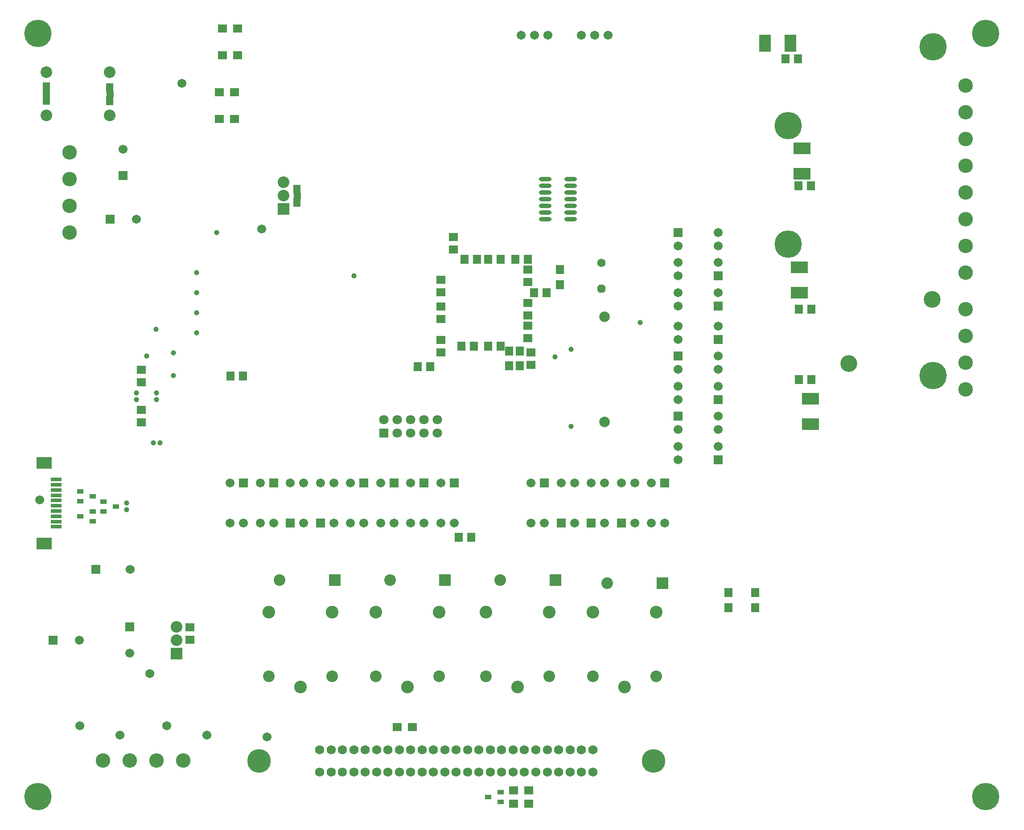
<source format=gbs>
G04 Layer_Color=16711935*
%FSAX44Y44*%
%MOMM*%
G71*
G01*
G75*
%ADD124C,0.0000*%
%ADD128R,1.5532X1.7032*%
%ADD130R,1.4532X1.7032*%
%ADD133O,2.4032X0.8032*%
%ADD135R,1.2032X0.9032*%
%ADD151R,2.3032X3.1932*%
%ADD155R,1.6532X1.5532*%
%ADD156R,1.5532X1.6532*%
%ADD157R,1.7032X1.5532*%
%ADD166C,5.2032*%
%ADD167C,1.8032*%
%ADD168R,1.8032X1.8032*%
%ADD169C,2.7432*%
%ADD170R,2.2032X2.2032*%
%ADD171C,2.2032*%
%ADD172C,1.7032*%
%ADD173R,1.7032X1.7032*%
%ADD174C,1.7272*%
%ADD175C,4.4932*%
%ADD176R,1.7032X1.7032*%
%ADD177P,1.7353X8X112.5*%
%ADD178C,1.6032*%
%ADD179R,2.2032X2.2032*%
%ADD180C,2.4032*%
%ADD181C,2.0032*%
%ADD182C,1.0032*%
%ADD183C,3.2032*%
%ADD184R,3.1932X2.3032*%
%ADD185R,3.0032X2.3032*%
%ADD186R,2.1032X0.8032*%
G36*
X00596900Y01656080D02*
X00584200D01*
Y01666240D01*
X00596900D01*
Y01656080D01*
D02*
G37*
G36*
X00717550Y01654810D02*
X00704850D01*
Y01664970D01*
X00717550D01*
Y01654810D01*
D02*
G37*
G36*
X01073150Y01461770D02*
X01060450D01*
Y01471930D01*
X01073150D01*
Y01461770D01*
D02*
G37*
D124*
X01060450D02*
X01073150D01*
X01060450D02*
Y01471930D01*
X01073150D01*
Y01461770D02*
Y01471930D01*
X00704850Y01664970D02*
X00717550D01*
Y01654810D02*
Y01664970D01*
X00704850Y01654810D02*
X00717550D01*
X00704850D02*
Y01664970D01*
X00584200Y01666240D02*
X00596900D01*
Y01656080D02*
Y01666240D01*
X00584200Y01656080D02*
X00596900D01*
X00584200D02*
Y01666240D01*
D128*
X01885950Y00712750D02*
D03*
Y00684250D02*
D03*
X01936750Y00712750D02*
D03*
Y00684250D02*
D03*
X01469900Y01143400D02*
D03*
Y01171900D02*
D03*
X01489900Y01143400D02*
D03*
Y01171900D02*
D03*
X01565910Y01297660D02*
D03*
Y01326160D02*
D03*
D130*
X01066800Y01479350D02*
D03*
Y01454350D02*
D03*
X00711200Y01647390D02*
D03*
Y01672390D02*
D03*
X00590550Y01648660D02*
D03*
Y01673660D02*
D03*
D133*
X01538100Y01422400D02*
D03*
Y01435100D02*
D03*
Y01447800D02*
D03*
Y01460500D02*
D03*
Y01473200D02*
D03*
Y01485900D02*
D03*
Y01498600D02*
D03*
X01586100Y01422400D02*
D03*
Y01435100D02*
D03*
Y01447800D02*
D03*
Y01460500D02*
D03*
Y01473200D02*
D03*
Y01485900D02*
D03*
Y01498600D02*
D03*
D135*
X01453450Y00333350D02*
D03*
Y00314350D02*
D03*
X01429450Y00323850D02*
D03*
X00654750Y00857250D02*
D03*
X00678750Y00847750D02*
D03*
Y00866750D02*
D03*
Y00895350D02*
D03*
X00654750Y00904850D02*
D03*
Y00885850D02*
D03*
X00723200Y00876300D02*
D03*
X00699200Y00885800D02*
D03*
Y00866800D02*
D03*
D151*
X01955880Y01756410D02*
D03*
X02003980D02*
D03*
D155*
X00863600Y00623250D02*
D03*
Y00646750D02*
D03*
X01339850Y01256350D02*
D03*
Y01232850D02*
D03*
Y01283650D02*
D03*
Y01307150D02*
D03*
X01363980Y01364930D02*
D03*
Y01388430D02*
D03*
X01504950Y01302700D02*
D03*
Y01326200D02*
D03*
Y01262700D02*
D03*
Y01239200D02*
D03*
Y01196020D02*
D03*
Y01219520D02*
D03*
X01511300Y01168720D02*
D03*
Y01145220D02*
D03*
X01339850Y01169350D02*
D03*
Y01192850D02*
D03*
X00770890Y01112200D02*
D03*
Y01135700D02*
D03*
Y01059500D02*
D03*
Y01036000D02*
D03*
D156*
X01319850Y01141730D02*
D03*
X01296350D02*
D03*
X01385250Y01346200D02*
D03*
X01408750D02*
D03*
X01429700D02*
D03*
X01453200D02*
D03*
X01481770D02*
D03*
X01505270D02*
D03*
X01540830Y01282700D02*
D03*
X01517330D02*
D03*
X01453200Y01181100D02*
D03*
X01429700D02*
D03*
X01402400D02*
D03*
X01378900D02*
D03*
X00940750Y01123950D02*
D03*
X00964250D02*
D03*
X01994850Y01727200D02*
D03*
X02018350D02*
D03*
X02018980Y01485900D02*
D03*
X02042480D02*
D03*
X02020250Y01117600D02*
D03*
X02043750D02*
D03*
X02020250Y01250950D02*
D03*
X02043750D02*
D03*
X01373820Y00817880D02*
D03*
X01397320D02*
D03*
D157*
X00947700Y01663700D02*
D03*
X00919200D02*
D03*
X00925550Y01784350D02*
D03*
X00954050D02*
D03*
X00947700Y01612900D02*
D03*
X00919200D02*
D03*
X00925550Y01733550D02*
D03*
X00954050D02*
D03*
X01478000Y00311150D02*
D03*
X01506500D02*
D03*
X01506500Y00336550D02*
D03*
X01478000D02*
D03*
X01257020Y00457200D02*
D03*
X01285520D02*
D03*
D166*
X02275000Y01750000D02*
D03*
Y01125000D02*
D03*
X02000000Y01375000D02*
D03*
Y01600000D02*
D03*
X02375000Y00325000D02*
D03*
X00575000D02*
D03*
X02375000Y01775000D02*
D03*
X00575000D02*
D03*
D167*
X01333500Y01041400D02*
D03*
Y01016000D02*
D03*
X01308100Y01041400D02*
D03*
Y01016000D02*
D03*
X01282700Y01041400D02*
D03*
Y01016000D02*
D03*
X01257300Y01041400D02*
D03*
Y01016000D02*
D03*
X01231900Y01041400D02*
D03*
D168*
Y01016000D02*
D03*
D169*
X02336800Y01098550D02*
D03*
Y01200150D02*
D03*
Y01149350D02*
D03*
Y01250950D02*
D03*
Y01574800D02*
D03*
Y01524000D02*
D03*
Y01473200D02*
D03*
Y01371600D02*
D03*
Y01422400D02*
D03*
Y01320800D02*
D03*
Y01625600D02*
D03*
Y01676400D02*
D03*
X00635000Y01397000D02*
D03*
Y01498600D02*
D03*
Y01447800D02*
D03*
Y01549400D02*
D03*
X00850900Y00393700D02*
D03*
X00749300D02*
D03*
X00800100D02*
D03*
X00698500D02*
D03*
D170*
X01041400Y01441450D02*
D03*
X00838200Y00596900D02*
D03*
D171*
X01041400Y01466850D02*
D03*
Y01492250D02*
D03*
X01033550Y00736600D02*
D03*
X01243100D02*
D03*
X01452650D02*
D03*
X01013150Y00553400D02*
D03*
X01133150D02*
D03*
X01216350D02*
D03*
X01336350D02*
D03*
X01655850Y00730250D02*
D03*
X00838200Y00647700D02*
D03*
Y00622300D02*
D03*
X01629100Y00553400D02*
D03*
X01749100D02*
D03*
X01425900D02*
D03*
X01545900D02*
D03*
X00711200Y01619250D02*
D03*
Y01701800D02*
D03*
X00590550Y01619250D02*
D03*
Y01701800D02*
D03*
D172*
X00750050Y00756920D02*
D03*
X00761600Y01422400D02*
D03*
X01790700Y01104900D02*
D03*
Y01079500D02*
D03*
X01866900Y01104900D02*
D03*
X01739900Y00920750D02*
D03*
X01765300Y00844550D02*
D03*
X01739900D02*
D03*
X01708150D02*
D03*
X01682750Y00920750D02*
D03*
X01708150D02*
D03*
X01651000D02*
D03*
X01625600D02*
D03*
X01651000Y00844550D02*
D03*
X01593850Y00920750D02*
D03*
X01568450D02*
D03*
X01593850Y00844550D02*
D03*
X00996950D02*
D03*
X01022350D02*
D03*
X00996950Y00920750D02*
D03*
X01790700Y01022350D02*
D03*
X01866900Y01047750D02*
D03*
Y01022350D02*
D03*
X00654050Y00459740D02*
D03*
X00730250Y00441960D02*
D03*
X00819150Y00459740D02*
D03*
X00895350Y00441960D02*
D03*
X01606550Y01771650D02*
D03*
X01631950D02*
D03*
X01657350D02*
D03*
X01492250D02*
D03*
X01517650D02*
D03*
X01543050D02*
D03*
X01136650Y00844550D02*
D03*
X01111250Y00920750D02*
D03*
X01136650D02*
D03*
X01790700Y00990600D02*
D03*
Y00965200D02*
D03*
X01866900Y00990600D02*
D03*
X01511300Y00920750D02*
D03*
X01536700Y00844550D02*
D03*
X01511300D02*
D03*
X01866900Y01136650D02*
D03*
Y01162050D02*
D03*
X01790700Y01136650D02*
D03*
X01866900Y01219200D02*
D03*
X01790700Y01193800D02*
D03*
Y01219200D02*
D03*
X01339842Y00844550D02*
D03*
X01365242D02*
D03*
X01339842Y00920750D02*
D03*
X00939792D02*
D03*
X00965192Y00844550D02*
D03*
X00939792D02*
D03*
X01225542D02*
D03*
X01250942D02*
D03*
X01225542Y00920750D02*
D03*
X01079492Y00844550D02*
D03*
X01054092Y00920750D02*
D03*
X01079492D02*
D03*
X01168392Y00844550D02*
D03*
X01193792D02*
D03*
X01168392Y00920750D02*
D03*
X01866900Y01282700D02*
D03*
X01790700Y01257300D02*
D03*
Y01282700D02*
D03*
X01866900Y01371600D02*
D03*
Y01397000D02*
D03*
X01790700Y01371600D02*
D03*
X01866900Y01339850D02*
D03*
X01790700Y01314450D02*
D03*
Y01339850D02*
D03*
X01282692Y00844550D02*
D03*
X01308092D02*
D03*
X01282692Y00920750D02*
D03*
X00653650Y00622300D02*
D03*
X00749300Y00597300D02*
D03*
X00736600Y01555350D02*
D03*
X00999490Y01403350D02*
D03*
X00848360Y01680210D02*
D03*
X00787400Y00558800D02*
D03*
X00577850Y00889000D02*
D03*
X01009650Y00438150D02*
D03*
D173*
X00685050Y00756920D02*
D03*
X00711600Y01422400D02*
D03*
X01866900Y01079500D02*
D03*
X01790700Y01047750D02*
D03*
X01866900Y00965200D02*
D03*
X01790700Y01162050D02*
D03*
X01866900Y01193800D02*
D03*
Y01257300D02*
D03*
X01790700Y01397000D02*
D03*
X01866900Y01314450D02*
D03*
X00603650Y00622300D02*
D03*
D174*
X01131580Y00414020D02*
D03*
X01109980D02*
D03*
X01174780D02*
D03*
X01196380D02*
D03*
X01217980D02*
D03*
X01239580D02*
D03*
X01261180D02*
D03*
X01282780D02*
D03*
X01304380D02*
D03*
X01325980D02*
D03*
X01347580D02*
D03*
X01369180D02*
D03*
X01390780D02*
D03*
X01412380D02*
D03*
X01433980D02*
D03*
X01455580D02*
D03*
X01477180D02*
D03*
X01498780D02*
D03*
X01520380D02*
D03*
X01541980D02*
D03*
X01563580D02*
D03*
X01585180D02*
D03*
X01606780D02*
D03*
X01628380D02*
D03*
X01109980Y00371120D02*
D03*
X01131580D02*
D03*
X01153180D02*
D03*
X01174780D02*
D03*
X01196380D02*
D03*
X01217980D02*
D03*
X01239580D02*
D03*
X01261180D02*
D03*
X01282780D02*
D03*
X01304380D02*
D03*
X01325980D02*
D03*
X01347580D02*
D03*
X01369180D02*
D03*
X01390780D02*
D03*
X01412380D02*
D03*
X01433980D02*
D03*
X01455580D02*
D03*
X01477180D02*
D03*
X01498780D02*
D03*
X01520380D02*
D03*
X01541980D02*
D03*
X01563580D02*
D03*
X01585180D02*
D03*
X01606780D02*
D03*
X01153180Y00414020D02*
D03*
X01628380Y00371120D02*
D03*
D175*
X01743680Y00392570D02*
D03*
X00994680D02*
D03*
D176*
X01765300Y00920750D02*
D03*
X01682750Y00844550D02*
D03*
X01625600D02*
D03*
X01568450D02*
D03*
X01022350Y00920750D02*
D03*
X01111250Y00844550D02*
D03*
X01536700Y00920750D02*
D03*
X01365242D02*
D03*
X00965192D02*
D03*
X01250942D02*
D03*
X01054092Y00844550D02*
D03*
X01193792Y00920750D02*
D03*
X01308092D02*
D03*
X00749300Y00647300D02*
D03*
X00736600Y01505350D02*
D03*
D177*
X01644650Y01290050D02*
D03*
D178*
Y01338850D02*
D03*
D179*
X01138150Y00736600D02*
D03*
X01347700D02*
D03*
X01557250D02*
D03*
X01760450Y00730250D02*
D03*
D180*
X01013150Y00675400D02*
D03*
X01133150D02*
D03*
X01216350D02*
D03*
X01336350D02*
D03*
X01689100Y00533400D02*
D03*
X01629100Y00675400D02*
D03*
X01749100D02*
D03*
X01485900Y00533400D02*
D03*
X01425900Y00675400D02*
D03*
X01545900D02*
D03*
X01276350Y00533400D02*
D03*
X01073150D02*
D03*
D181*
X01651000Y01036650D02*
D03*
Y01236650D02*
D03*
D182*
X00800100Y01092200D02*
D03*
X00831850Y01168400D02*
D03*
Y01125220D02*
D03*
X00800100Y01079500D02*
D03*
X00806450Y00996950D02*
D03*
X00742950Y00869950D02*
D03*
X00793750Y00996950D02*
D03*
X00742950Y00882650D02*
D03*
X00762000Y01092200D02*
D03*
X01587500Y01174750D02*
D03*
X01718310Y01225550D02*
D03*
X01174750Y01314450D02*
D03*
X00876300Y01320800D02*
D03*
Y01282700D02*
D03*
Y01244600D02*
D03*
Y01206500D02*
D03*
X01557020Y01160780D02*
D03*
X01587500Y01028700D02*
D03*
X00762000Y01079500D02*
D03*
X00914400Y01397000D02*
D03*
X00798830Y01212850D02*
D03*
X00781050Y01162050D02*
D03*
D183*
X02114550Y01148080D02*
D03*
X02273300Y01270000D02*
D03*
D184*
X02025650Y01508840D02*
D03*
Y01556940D02*
D03*
X02020570Y01282780D02*
D03*
Y01330880D02*
D03*
X02042160Y01080690D02*
D03*
Y01032590D02*
D03*
D185*
X00586100Y00959150D02*
D03*
Y00806150D02*
D03*
D186*
X00609600Y00837650D02*
D03*
Y00847650D02*
D03*
Y00857650D02*
D03*
Y00867650D02*
D03*
Y00877650D02*
D03*
Y00887650D02*
D03*
Y00897650D02*
D03*
Y00907650D02*
D03*
Y00917650D02*
D03*
Y00927650D02*
D03*
M02*

</source>
